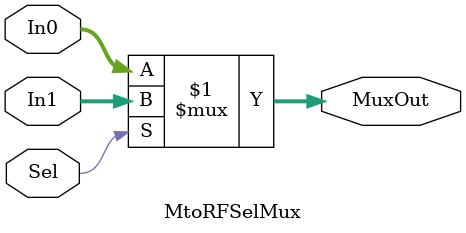
<source format=v>
`timescale 1ns / 1ps

module MtoRFSelMux(
    input Sel,
    input [31:0] In0,
    input [31:0] In1,
    output [31:0] MuxOut
    );
    assign MuxOut = Sel ? In1 : In0;
endmodule

</source>
